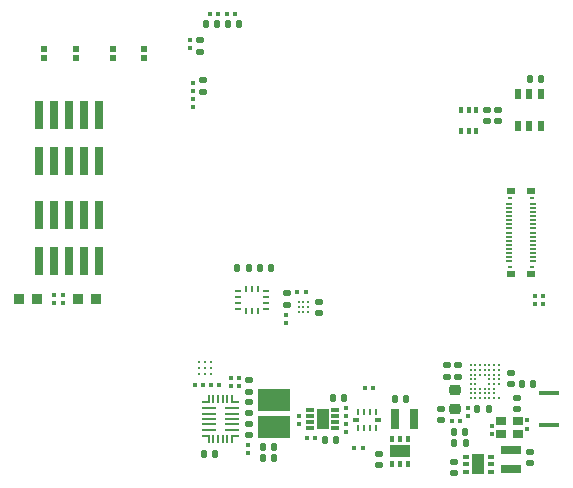
<source format=gtp>
%TF.GenerationSoftware,KiCad,Pcbnew,7.0.1*%
%TF.CreationDate,2024-02-26T17:05:23+01:00*%
%TF.ProjectId,armband,61726d62-616e-4642-9e6b-696361645f70,rev?*%
%TF.SameCoordinates,Original*%
%TF.FileFunction,Paste,Top*%
%TF.FilePolarity,Positive*%
%FSLAX46Y46*%
G04 Gerber Fmt 4.6, Leading zero omitted, Abs format (unit mm)*
G04 Created by KiCad (PCBNEW 7.0.1) date 2024-02-26 17:05:23*
%MOMM*%
%LPD*%
G01*
G04 APERTURE LIST*
G04 Aperture macros list*
%AMRoundRect*
0 Rectangle with rounded corners*
0 $1 Rounding radius*
0 $2 $3 $4 $5 $6 $7 $8 $9 X,Y pos of 4 corners*
0 Add a 4 corners polygon primitive as box body*
4,1,4,$2,$3,$4,$5,$6,$7,$8,$9,$2,$3,0*
0 Add four circle primitives for the rounded corners*
1,1,$1+$1,$2,$3*
1,1,$1+$1,$4,$5*
1,1,$1+$1,$6,$7*
1,1,$1+$1,$8,$9*
0 Add four rect primitives between the rounded corners*
20,1,$1+$1,$2,$3,$4,$5,0*
20,1,$1+$1,$4,$5,$6,$7,0*
20,1,$1+$1,$6,$7,$8,$9,0*
20,1,$1+$1,$8,$9,$2,$3,0*%
G04 Aperture macros list end*
%ADD10RoundRect,0.140000X0.170000X-0.140000X0.170000X0.140000X-0.170000X0.140000X-0.170000X-0.140000X0*%
%ADD11RoundRect,0.140000X-0.170000X0.140000X-0.170000X-0.140000X0.170000X-0.140000X0.170000X0.140000X0*%
%ADD12RoundRect,0.079500X-0.100500X0.079500X-0.100500X-0.079500X0.100500X-0.079500X0.100500X0.079500X0*%
%ADD13R,1.700000X0.400000*%
%ADD14R,0.250000X0.550000*%
%ADD15R,0.200000X0.550000*%
%ADD16R,0.600000X0.300000*%
%ADD17RoundRect,0.140000X-0.140000X-0.170000X0.140000X-0.170000X0.140000X0.170000X-0.140000X0.170000X0*%
%ADD18RoundRect,0.079500X0.079500X0.100500X-0.079500X0.100500X-0.079500X-0.100500X0.079500X-0.100500X0*%
%ADD19RoundRect,0.079500X0.100500X-0.079500X0.100500X0.079500X-0.100500X0.079500X-0.100500X-0.079500X0*%
%ADD20RoundRect,0.079500X-0.079500X-0.100500X0.079500X-0.100500X0.079500X0.100500X-0.079500X0.100500X0*%
%ADD21R,0.550000X0.550000*%
%ADD22RoundRect,0.218750X0.256250X-0.218750X0.256250X0.218750X-0.256250X0.218750X-0.256250X-0.218750X0*%
%ADD23R,1.800000X0.800000*%
%ADD24R,0.600000X0.350000*%
%ADD25R,1.100000X1.700000*%
%ADD26R,0.700000X0.300000*%
%ADD27R,1.000000X1.700000*%
%ADD28R,0.760000X2.400000*%
%ADD29RoundRect,0.140000X0.140000X0.170000X-0.140000X0.170000X-0.140000X-0.170000X0.140000X-0.170000X0*%
%ADD30R,1.200000X0.200000*%
%ADD31R,0.700000X0.200000*%
%ADD32R,0.200000X0.500000*%
%ADD33R,0.200000X0.700000*%
%ADD34C,0.290000*%
%ADD35R,0.950000X0.950000*%
%ADD36R,0.900000X0.800000*%
%ADD37R,0.475000X0.250000*%
%ADD38R,0.250000X0.475000*%
%ADD39R,0.550000X0.900000*%
%ADD40R,0.350000X0.600000*%
%ADD41R,1.700000X1.100000*%
%ADD42R,0.800000X1.800000*%
%ADD43R,0.500000X0.200000*%
%ADD44R,0.380000X0.280000*%
%ADD45R,0.730000X0.600000*%
%ADD46RoundRect,0.147500X0.147500X0.172500X-0.147500X0.172500X-0.147500X-0.172500X0.147500X-0.172500X0*%
%ADD47R,2.800000X1.850000*%
%ADD48C,0.250000*%
%ADD49C,0.269000*%
%ADD50R,0.300000X0.550000*%
G04 APERTURE END LIST*
D10*
%TO.C,C41*%
X135100000Y-73010000D03*
X135100000Y-72050000D03*
%TD*%
D11*
%TO.C,C28*%
X151984800Y-56540000D03*
X151984800Y-57500000D03*
%TD*%
D12*
%TO.C,R15*%
X116100000Y-72205000D03*
X116100000Y-72895000D03*
%TD*%
D13*
%TO.C,AE1*%
X157264114Y-80465000D03*
X157264114Y-83215000D03*
%TD*%
D12*
%TO.C,C37*%
X155400000Y-82820000D03*
X155400000Y-83510000D03*
%TD*%
D14*
%TO.C,IC4*%
X141099998Y-83472500D03*
D15*
X141599998Y-83472500D03*
X142099998Y-83472500D03*
D14*
X142599998Y-83472500D03*
D16*
X142749998Y-82797500D03*
D14*
X142599998Y-82122500D03*
D15*
X142099998Y-82122500D03*
X141599998Y-82122500D03*
D14*
X141099998Y-82122500D03*
D16*
X140949998Y-82797500D03*
%TD*%
D17*
%TO.C,C16*%
X144225998Y-81046500D03*
X145185998Y-81046500D03*
%TD*%
%TO.C,C7*%
X130870000Y-69900000D03*
X131830000Y-69900000D03*
%TD*%
D18*
%TO.C,R1*%
X130657600Y-48412400D03*
X129967600Y-48412400D03*
%TD*%
%TO.C,C23*%
X129350000Y-79847500D03*
X128660000Y-79847500D03*
%TD*%
D19*
%TO.C,R6*%
X135000000Y-74545000D03*
X135000000Y-73855000D03*
%TD*%
D20*
%TO.C,R2*%
X128534600Y-48412400D03*
X129224600Y-48412400D03*
%TD*%
D21*
%TO.C,SW2*%
X120300000Y-51350000D03*
X120300000Y-52100000D03*
X122950000Y-51350000D03*
X122950000Y-52100000D03*
%TD*%
D11*
%TO.C,C29*%
X152950000Y-56540000D03*
X152950000Y-57500000D03*
%TD*%
D22*
%TO.C,L4*%
X149300000Y-81832500D03*
X149300000Y-80257500D03*
%TD*%
D11*
%TO.C,C19*%
X149170000Y-86320000D03*
X149170000Y-87280000D03*
%TD*%
D19*
%TO.C,C3*%
X126847600Y-51325400D03*
X126847600Y-50635400D03*
%TD*%
D12*
%TO.C,R5*%
X127101600Y-55636600D03*
X127101600Y-56326600D03*
%TD*%
D10*
%TO.C,C39*%
X154039114Y-79755000D03*
X154039114Y-78795000D03*
%TD*%
D23*
%TO.C,L3*%
X154025000Y-85350000D03*
X154025000Y-86950000D03*
%TD*%
D11*
%TO.C,C40*%
X137800000Y-72800000D03*
X137800000Y-73760000D03*
%TD*%
D19*
%TO.C,C38*%
X152400000Y-83985000D03*
X152400000Y-83295000D03*
%TD*%
D24*
%TO.C,IC7*%
X152300000Y-87200000D03*
X152300000Y-86550000D03*
X152300000Y-85900000D03*
X150200000Y-85900000D03*
X150200000Y-86550000D03*
X150200000Y-87200000D03*
D25*
X151250000Y-86550000D03*
%TD*%
D18*
%TO.C,R11*%
X142345000Y-80100000D03*
X141655000Y-80100000D03*
%TD*%
D26*
%TO.C,IC3*%
X139154998Y-83447500D03*
X139154998Y-82947500D03*
X139154998Y-82447500D03*
X139154998Y-81947500D03*
X137054998Y-81947500D03*
X137054998Y-82447500D03*
X137054998Y-82947500D03*
X137054998Y-83447500D03*
D27*
X138104998Y-82697500D03*
%TD*%
D12*
%TO.C,C32*%
X150400000Y-81775000D03*
X150400000Y-82465000D03*
%TD*%
D20*
%TO.C,R3*%
X156035000Y-73000000D03*
X156725000Y-73000000D03*
%TD*%
D28*
%TO.C,J6*%
X119150000Y-57000000D03*
X119150000Y-60900000D03*
X117880000Y-57000000D03*
X117880000Y-60900000D03*
X116610000Y-57000000D03*
X116610000Y-60900000D03*
X115340000Y-57000000D03*
X115340000Y-60900000D03*
X114070000Y-57000000D03*
X114070000Y-60900000D03*
%TD*%
D11*
%TO.C,C33*%
X148100000Y-81852500D03*
X148100000Y-82812500D03*
%TD*%
D19*
%TO.C,C5*%
X127101600Y-54904200D03*
X127101600Y-54214200D03*
%TD*%
D21*
%TO.C,SW1*%
X114525000Y-51350000D03*
X114525000Y-52100000D03*
X117175000Y-51350000D03*
X117175000Y-52100000D03*
%TD*%
D10*
%TO.C,C17*%
X131850000Y-80377500D03*
X131850000Y-79417500D03*
%TD*%
D29*
%TO.C,C18*%
X128980000Y-85700000D03*
X128020000Y-85700000D03*
%TD*%
D17*
%TO.C,C1*%
X130076000Y-49276000D03*
X131036000Y-49276000D03*
%TD*%
D30*
%TO.C,IC5*%
X130423800Y-83597500D03*
X130423800Y-83147500D03*
X130423800Y-82697500D03*
X130423800Y-82247500D03*
X130423800Y-81797500D03*
D31*
X130673800Y-81247500D03*
D32*
X130423800Y-80897500D03*
D33*
X130023800Y-80997500D03*
X129623800Y-80997500D03*
X129223800Y-80997500D03*
X128823800Y-80997500D03*
D32*
X128423800Y-80897500D03*
D31*
X128173800Y-81247500D03*
D30*
X128423800Y-81797500D03*
X128423800Y-82247500D03*
X128423800Y-82697500D03*
X128423800Y-83147500D03*
X128423800Y-83597500D03*
D32*
X128423800Y-84497500D03*
D31*
X128173800Y-84147500D03*
D33*
X128823800Y-84397500D03*
X129223800Y-84397500D03*
X129623800Y-84397500D03*
X130023800Y-84397500D03*
D31*
X130673800Y-84147500D03*
D32*
X130423800Y-84497500D03*
%TD*%
D34*
%TO.C,IC8*%
X127600000Y-77897500D03*
X128100000Y-77897500D03*
X128600000Y-77897500D03*
X127600000Y-78397500D03*
X128100000Y-78397500D03*
X128600000Y-78397500D03*
X127600000Y-78897500D03*
X128100000Y-78897500D03*
X128600000Y-78897500D03*
%TD*%
D11*
%TO.C,C20*%
X155675000Y-85495000D03*
X155675000Y-86455000D03*
%TD*%
D19*
%TO.C,R8*%
X136094998Y-83142500D03*
X136094998Y-82452500D03*
%TD*%
D35*
%TO.C,D2*%
X112400000Y-72500000D03*
X113900000Y-72500000D03*
%TD*%
D12*
%TO.C,R7*%
X140104998Y-81752500D03*
X140104998Y-82442500D03*
%TD*%
D36*
%TO.C,Y2*%
X153200000Y-83950000D03*
X154600000Y-83950000D03*
X154600000Y-82850000D03*
X153200000Y-82850000D03*
%TD*%
D29*
%TO.C,C14*%
X133980000Y-85997500D03*
X133020000Y-85997500D03*
%TD*%
%TO.C,C26*%
X150180000Y-83800000D03*
X149220000Y-83800000D03*
%TD*%
D20*
%TO.C,R4*%
X156035000Y-72300000D03*
X156725000Y-72300000D03*
%TD*%
D37*
%TO.C,IC2*%
X133250000Y-73400000D03*
X133250000Y-72900000D03*
X133250000Y-72400000D03*
X133250000Y-71900000D03*
D38*
X132587000Y-71737000D03*
X132087000Y-71737000D03*
X131587000Y-71737000D03*
D37*
X130924000Y-71900000D03*
X130924000Y-72400000D03*
X130924000Y-72900000D03*
X130924000Y-73400000D03*
D38*
X131587000Y-73563000D03*
X132087000Y-73563000D03*
X132587000Y-73563000D03*
%TD*%
D29*
%TO.C,C10*%
X139234998Y-84497500D03*
X138274998Y-84497500D03*
%TD*%
D18*
%TO.C,C42*%
X136645000Y-71980000D03*
X135955000Y-71980000D03*
%TD*%
D29*
%TO.C,C30*%
X156580000Y-53950000D03*
X155620000Y-53950000D03*
%TD*%
%TO.C,C2*%
X129156400Y-49276000D03*
X128196400Y-49276000D03*
%TD*%
D12*
%TO.C,R9*%
X140104998Y-83152500D03*
X140104998Y-83842500D03*
%TD*%
D18*
%TO.C,C22*%
X127945000Y-79847500D03*
X127255000Y-79847500D03*
%TD*%
D39*
%TO.C,IC10*%
X154650000Y-57900000D03*
X155600000Y-57900000D03*
X156550000Y-57900000D03*
X156550000Y-55200000D03*
X155600000Y-55200000D03*
X154650000Y-55200000D03*
%TD*%
D40*
%TO.C,IC6*%
X145299998Y-84397500D03*
X144649998Y-84397500D03*
X143999998Y-84397500D03*
X143999998Y-86497500D03*
X144649998Y-86497500D03*
X145299998Y-86497500D03*
D41*
X144649998Y-85447500D03*
%TD*%
D19*
%TO.C,R13*%
X131000000Y-79892500D03*
X131000000Y-79202500D03*
%TD*%
D20*
%TO.C,R10*%
X136789998Y-84347500D03*
X137479998Y-84347500D03*
%TD*%
D29*
%TO.C,C27*%
X150185000Y-84750000D03*
X149225000Y-84750000D03*
%TD*%
D42*
%TO.C,L2*%
X144208198Y-82697500D03*
X145808198Y-82697500D03*
%TD*%
D10*
%TO.C,C4*%
X127711200Y-51612800D03*
X127711200Y-50652800D03*
%TD*%
D18*
%TO.C,L5*%
X149695000Y-82895000D03*
X149005000Y-82895000D03*
%TD*%
D10*
%TO.C,C31*%
X148625000Y-79120000D03*
X148625000Y-78160000D03*
%TD*%
D43*
%TO.C,J3*%
X155932587Y-69365000D03*
D44*
X153982587Y-64030000D03*
D45*
X153997587Y-63440000D03*
X155767587Y-63440000D03*
D44*
X155782587Y-64030000D03*
D43*
X155932587Y-69015000D03*
X155932587Y-68665000D03*
X155932587Y-68315000D03*
X155932587Y-67965000D03*
X155932587Y-67615000D03*
X155932587Y-67265000D03*
X155932587Y-66915000D03*
X155932587Y-66565000D03*
X155932587Y-66215000D03*
X155932587Y-65865000D03*
X155932587Y-65515000D03*
X155932587Y-65165000D03*
X155932587Y-64815000D03*
X155932587Y-64465000D03*
X153832587Y-64465000D03*
X153832587Y-64815000D03*
X153832587Y-65165000D03*
X153832587Y-65515000D03*
X153832587Y-65865000D03*
X153832587Y-66215000D03*
X153832587Y-66565000D03*
X153832587Y-66915000D03*
X153832587Y-67265000D03*
X153832587Y-67615000D03*
X153832587Y-67965000D03*
X153832587Y-68315000D03*
X153832587Y-68665000D03*
X153832587Y-69015000D03*
X153832587Y-69365000D03*
D44*
X153982587Y-69800000D03*
D45*
X153997587Y-70390000D03*
X155767587Y-70390000D03*
D44*
X155782587Y-69800000D03*
%TD*%
D19*
%TO.C,R16*%
X115300000Y-72895000D03*
X115300000Y-72205000D03*
%TD*%
D46*
%TO.C,L6*%
X155924114Y-79700000D03*
X154954114Y-79700000D03*
%TD*%
D10*
%TO.C,C36*%
X154500000Y-81855000D03*
X154500000Y-80895000D03*
%TD*%
D29*
%TO.C,C35*%
X152155000Y-81895000D03*
X151195000Y-81895000D03*
%TD*%
%TO.C,C9*%
X139934998Y-80897500D03*
X138974998Y-80897500D03*
%TD*%
D10*
%TO.C,C12*%
X131850000Y-82227500D03*
X131850000Y-81267500D03*
%TD*%
D47*
%TO.C,L1*%
X134000000Y-81097500D03*
X134000000Y-83397500D03*
%TD*%
D48*
%TO.C,IC9*%
X153012114Y-80939052D03*
X152612114Y-80939052D03*
X152212114Y-80939052D03*
X151812114Y-80939052D03*
X151412114Y-80939052D03*
X151012114Y-80939052D03*
X150612114Y-80939052D03*
X152612114Y-80539052D03*
X152212114Y-80539052D03*
X151812114Y-80539052D03*
X151412114Y-80539052D03*
X151012114Y-80539052D03*
X150612114Y-80539052D03*
X152612114Y-80139052D03*
X152212114Y-80139052D03*
X151812114Y-80139052D03*
X151412114Y-80139052D03*
X151012114Y-80139052D03*
X150612114Y-80139052D03*
X153012114Y-79739052D03*
X152612114Y-79739052D03*
X152212114Y-79739052D03*
X151012114Y-79739052D03*
X150612114Y-79739052D03*
X153012114Y-79339052D03*
X152612114Y-79339052D03*
X152212114Y-79339052D03*
X151012114Y-79339052D03*
X150612114Y-79339052D03*
X153012114Y-78939052D03*
X152612114Y-78939052D03*
X152212114Y-78939052D03*
X151812114Y-78939052D03*
X151412114Y-78939052D03*
X151012114Y-78939052D03*
X150612114Y-78939052D03*
X153012114Y-78539052D03*
X152612114Y-78539052D03*
X152212114Y-78539052D03*
X151812114Y-78539052D03*
X151412114Y-78539052D03*
X151012114Y-78539052D03*
X150612114Y-78539052D03*
X153012114Y-78139052D03*
X152612114Y-78139052D03*
X152212114Y-78139052D03*
X151812114Y-78139052D03*
X151412114Y-78139052D03*
X151012114Y-78139052D03*
X150612114Y-78139052D03*
%TD*%
D49*
%TO.C,U3*%
X136850000Y-73630000D03*
X136450000Y-73630000D03*
X136050000Y-73630000D03*
X136850000Y-73230000D03*
X136450000Y-73230000D03*
X136050000Y-73230000D03*
X136850000Y-72830000D03*
X136450000Y-72830000D03*
X136050000Y-72830000D03*
%TD*%
D29*
%TO.C,C8*%
X133710000Y-69900000D03*
X132750000Y-69900000D03*
%TD*%
D10*
%TO.C,C6*%
X127965200Y-54988400D03*
X127965200Y-54028400D03*
%TD*%
D20*
%TO.C,R12*%
X140780000Y-85175000D03*
X141470000Y-85175000D03*
%TD*%
D50*
%TO.C,U2*%
X149800000Y-58325000D03*
X150450000Y-58325000D03*
X151100000Y-58325000D03*
X151100000Y-56575000D03*
X150450000Y-56575000D03*
X149800000Y-56575000D03*
%TD*%
D11*
%TO.C,C21*%
X131850000Y-83117500D03*
X131850000Y-84077500D03*
%TD*%
D12*
%TO.C,C11*%
X131750000Y-84897500D03*
X131750000Y-85587500D03*
%TD*%
D29*
%TO.C,C13*%
X133980000Y-85047500D03*
X133020000Y-85047500D03*
%TD*%
D10*
%TO.C,C15*%
X142849998Y-86627500D03*
X142849998Y-85667500D03*
%TD*%
%TO.C,C34*%
X149550000Y-79120000D03*
X149550000Y-78160000D03*
%TD*%
D12*
%TO.C,R14*%
X130300000Y-79202500D03*
X130300000Y-79892500D03*
%TD*%
D28*
%TO.C,J2*%
X119140000Y-65450000D03*
X119140000Y-69350000D03*
X117870000Y-65450000D03*
X117870000Y-69350000D03*
X116600000Y-65450000D03*
X116600000Y-69350000D03*
X115330000Y-65450000D03*
X115330000Y-69350000D03*
X114060000Y-65450000D03*
X114060000Y-69350000D03*
%TD*%
D35*
%TO.C,D1*%
X118880000Y-72560000D03*
X117380000Y-72560000D03*
%TD*%
M02*

</source>
